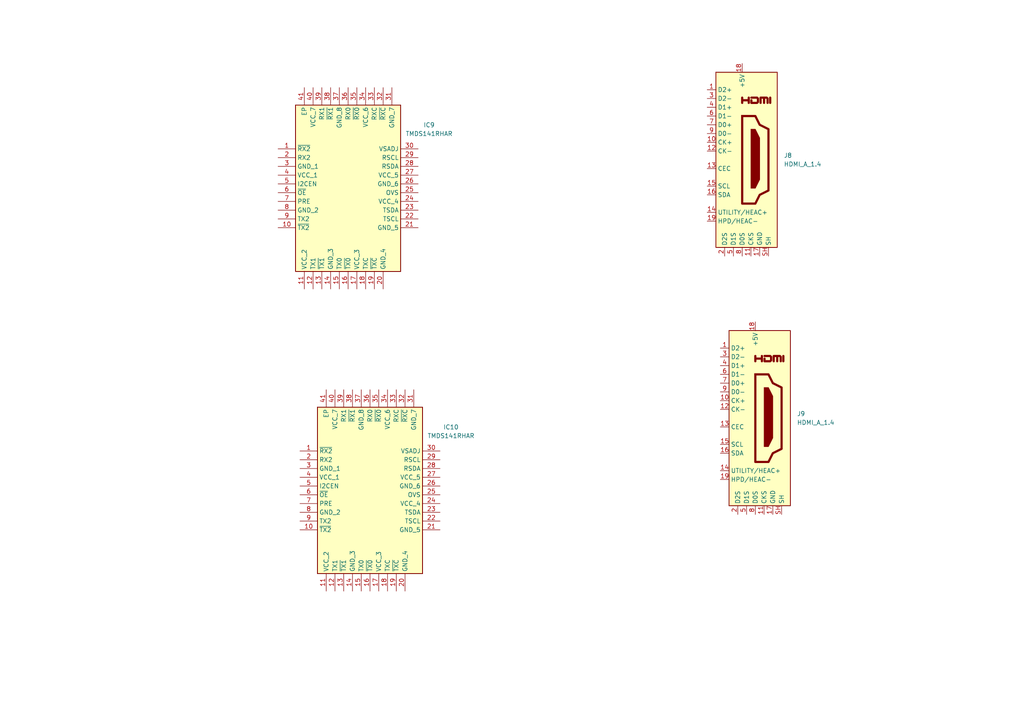
<source format=kicad_sch>
(kicad_sch (version 20230121) (generator eeschema)
  (paper "A4")
  (lib_symbols
    (symbol "Connector:HDMI_A_1.4"
      (property "Reference" "J" (at -6.35 26.67 0))
      (property "Value" "HDMI_A_1.4" (at 10.16 26.67 0))
      (symbol "HDMI_A_1.4_0_0"
        (polyline (pts (xy 8.128 16.51) (xy 8.128 18.034)) (stroke (width 0.635)))
        (polyline (pts (xy 0 16.51) (xy 0 18.034) (xy 0 17.272) (xy 1.905 17.272) (xy 1.905 18.034) (xy 1.905 16.51)) (stroke (width 0.635)))
        (polyline (pts (xy 2.667 18.034) (xy 4.318 18.034) (xy 4.572 17.78) (xy 4.572 16.764) (xy 4.318 16.51) (xy 2.667 16.51) (xy 2.667 17.272)) (stroke (width 0.635)))
      )
      (symbol "HDMI_A_1.4_0_1"
        (rectangle (start -7.62 25.4) (end 10.16 -25.4) (stroke (width 0.254)) (fill (type background)))
        (polyline (pts (xy 2.54 8.89) (xy 3.81 8.89) (xy 5.08 6.35) (xy 5.08 -5.715) (xy 3.81 -8.255) (xy 2.54 -8.255) (xy 2.54 8.89)) (fill (type outline)))
        (polyline (pts (xy 5.334 16.51) (xy 5.334 18.034) (xy 6.35 18.034) (xy 6.35 16.51) (xy 6.35 18.034) (xy 7.112 18.034) (xy 7.366 17.78) (xy 7.366 16.51)) (stroke (width 0.635)))
        (polyline (pts (xy 0 12.7) (xy 0 -12.7) (xy 3.81 -12.7) (xy 5.08 -10.16) (xy 7.62 -8.89) (xy 7.62 8.89) (xy 5.08 10.16) (xy 3.81 12.7) (xy 0 12.7)) (stroke (width 0.635)))
      )
      (symbol "HDMI_A_1.4_1_1"
        (pin passive line (at -10.16 20.32 0) (length 2.54) (name "D2+") (number "1"))
        (pin passive line (at -10.16 5.08 0) (length 2.54) (name "CK+") (number "10"))
        (pin power_in line (at 2.54 -27.94 90) (length 2.54) (name "CKS") (number "11"))
        (pin passive line (at -10.16 2.54 0) (length 2.54) (name "CK-") (number "12"))
        (pin bidirectional line (at -10.16 -2.54 0) (length 2.54) (name "CEC") (number "13"))
        (pin passive line (at -10.16 -15.24 0) (length 2.54) (name "UTILITY/HEAC+") (number "14"))
        (pin passive line (at -10.16 -7.62 0) (length 2.54) (name "SCL") (number "15"))
        (pin bidirectional line (at -10.16 -10.16 0) (length 2.54) (name "SDA") (number "16"))
        (pin power_in line (at 5.08 -27.94 90) (length 2.54) (name "GND") (number "17"))
        (pin power_in line (at 0 27.94 270) (length 2.54) (name "+5V") (number "18"))
        (pin passive line (at -10.16 -17.78 0) (length 2.54) (name "HPD/HEAC-") (number "19"))
        (pin power_in line (at -5.08 -27.94 90) (length 2.54) (name "D2S") (number "2"))
        (pin passive line (at -10.16 17.78 0) (length 2.54) (name "D2-") (number "3"))
        (pin passive line (at -10.16 15.24 0) (length 2.54) (name "D1+") (number "4"))
        (pin power_in line (at -2.54 -27.94 90) (length 2.54) (name "D1S") (number "5"))
        (pin passive line (at -10.16 12.7 0) (length 2.54) (name "D1-") (number "6"))
        (pin passive line (at -10.16 10.16 0) (length 2.54) (name "D0+") (number "7"))
        (pin power_in line (at 0 -27.94 90) (length 2.54) (name "D0S") (number "8"))
        (pin passive line (at -10.16 7.62 0) (length 2.54) (name "D0-") (number "9"))
        (pin passive line (at 7.62 -27.94 90) (length 2.54) (name "SH") (number "SH"))
      )
    )
    (symbol "SamacSys_Parts:TMDS141RHAR"
      (property "Reference" "IC" (at 36.83 17.78 0))
      (property "Value" "TMDS141RHAR" (at 36.83 15.24 0))
      (symbol "TMDS141RHAR_1_1"
        (rectangle (start 5.08 12.7) (end 35.56 -35.56) (stroke (width 0.254)) (fill (type background)))
        (pin passive line (at 0 0 0) (length 5.08) (name "~{RX2}") (number "1"))
        (pin passive line (at 0 -22.86 0) (length 5.08) (name "~{TX2}") (number "10"))
        (pin passive line (at 7.62 -40.64 90) (length 5.08) (name "VCC_2") (number "11"))
        (pin passive line (at 10.16 -40.64 90) (length 5.08) (name "TX1") (number "12"))
        (pin passive line (at 12.7 -40.64 90) (length 5.08) (name "~{TX1}") (number "13"))
        (pin passive line (at 15.24 -40.64 90) (length 5.08) (name "GND_3") (number "14"))
        (pin passive line (at 17.78 -40.64 90) (length 5.08) (name "TX0") (number "15"))
        (pin passive line (at 20.32 -40.64 90) (length 5.08) (name "~{TX0}") (number "16"))
        (pin passive line (at 22.86 -40.64 90) (length 5.08) (name "VCC_3") (number "17"))
        (pin passive line (at 25.4 -40.64 90) (length 5.08) (name "TXC") (number "18"))
        (pin passive line (at 27.94 -40.64 90) (length 5.08) (name "~{TXC}") (number "19"))
        (pin passive line (at 0 -2.54 0) (length 5.08) (name "RX2") (number "2"))
        (pin passive line (at 30.48 -40.64 90) (length 5.08) (name "GND_4") (number "20"))
        (pin passive line (at 40.64 -22.86 180) (length 5.08) (name "GND_5") (number "21"))
        (pin passive line (at 40.64 -20.32 180) (length 5.08) (name "TSCL") (number "22"))
        (pin passive line (at 40.64 -17.78 180) (length 5.08) (name "TSDA") (number "23"))
        (pin passive line (at 40.64 -15.24 180) (length 5.08) (name "VCC_4") (number "24"))
        (pin passive line (at 40.64 -12.7 180) (length 5.08) (name "OVS") (number "25"))
        (pin passive line (at 40.64 -10.16 180) (length 5.08) (name "GND_6") (number "26"))
        (pin passive line (at 40.64 -7.62 180) (length 5.08) (name "VCC_5") (number "27"))
        (pin passive line (at 40.64 -5.08 180) (length 5.08) (name "RSDA") (number "28"))
        (pin passive line (at 40.64 -2.54 180) (length 5.08) (name "RSCL") (number "29"))
        (pin passive line (at 0 -5.08 0) (length 5.08) (name "GND_1") (number "3"))
        (pin passive line (at 40.64 0 180) (length 5.08) (name "VSADJ") (number "30"))
        (pin passive line (at 33.02 17.78 270) (length 5.08) (name "GND_7") (number "31"))
        (pin passive line (at 30.48 17.78 270) (length 5.08) (name "~{RXC}") (number "32"))
        (pin passive line (at 27.94 17.78 270) (length 5.08) (name "RXC") (number "33"))
        (pin passive line (at 25.4 17.78 270) (length 5.08) (name "VCC_6") (number "34"))
        (pin passive line (at 22.86 17.78 270) (length 5.08) (name "~{RX0}") (number "35"))
        (pin passive line (at 20.32 17.78 270) (length 5.08) (name "RX0") (number "36"))
        (pin passive line (at 17.78 17.78 270) (length 5.08) (name "GND_8") (number "37"))
        (pin passive line (at 15.24 17.78 270) (length 5.08) (name "~{RX1}") (number "38"))
        (pin passive line (at 12.7 17.78 270) (length 5.08) (name "RX1") (number "39"))
        (pin passive line (at 0 -7.62 0) (length 5.08) (name "VCC_1") (number "4"))
        (pin passive line (at 10.16 17.78 270) (length 5.08) (name "VCC_7") (number "40"))
        (pin passive line (at 7.62 17.78 270) (length 5.08) (name "EP") (number "41"))
        (pin passive line (at 0 -10.16 0) (length 5.08) (name "I2CEN") (number "5"))
        (pin passive line (at 0 -12.7 0) (length 5.08) (name "~{OE}") (number "6"))
        (pin passive line (at 0 -15.24 0) (length 5.08) (name "PRE") (number "7"))
        (pin passive line (at 0 -17.78 0) (length 5.08) (name "GND_2") (number "8"))
        (pin passive line (at 0 -20.32 0) (length 5.08) (name "TX2") (number "9"))
      )
    )
  )
  (symbol (lib_id "SamacSys_Parts:TMDS141RHAR") (at 86.995 130.81 0) (unit 1)
    (property "Reference" "IC10" (at 130.81 123.8819 0))
    (property "Value" "TMDS141RHAR" (at 130.81 126.4219 0))
    (property "Footprint" "SamacSys_Parts:QFN50P600X600X100-41N-D" (effects hide))
    (property "Datasheet" "http://www.ti.com/lit/gpn/tmds141" (effects hide))
    (property "Height" "1" (effects hide))
    (property "Manufacturer_Name" "Texas Instruments" (effects hide))
    (property "Manufacturer_Part_Number" "TMDS141RHAR" (effects hide))
    (property "Mouser Part Number" "595-TMDS141RHAR" (effects hide))
    (property "Mouser Price/Stock" "https://www.mouser.co.uk/ProductDetail/Texas-Instruments/TMDS141RHAR?qs=kcKC6WcubkWhP2Fo4HH1gQ%3D%3D" (effects hide))
    (property "Arrow Part Number" "TMDS141RHAR" (effects hide))
    (property "Arrow Price/Stock" "https://www.arrow.com/en/products/tmds141rhar/texas-instruments" (effects hide))
  )
  (symbol (lib_id "Connector:HDMI_A_1.4") (at 215.265 46.355 0) (unit 1)
    (property "Reference" "J8" (at 227.33 45.085 0) (effects (justify left)))
    (property "Value" "HDMI_A_1.4" (at 227.33 47.625 0) (effects (justify left)))
    (property "Footprint" "Connector_HDMI:HDMI_A_Molex_208658-1001_Horizontal" (effects hide))
    (property "Datasheet" "https://en.wikipedia.org/wiki/HDMI" (effects hide))
  )
  (symbol (lib_id "Connector:HDMI_A_1.4") (at 219.075 121.285 0) (unit 1)
    (property "Reference" "J9" (at 231.14 120.015 0) (effects (justify left)))
    (property "Value" "HDMI_A_1.4" (at 231.14 122.555 0) (effects (justify left)))
    (property "Footprint" "Connector_HDMI:HDMI_A_Molex_208658-1001_Horizontal" (effects hide))
    (property "Datasheet" "https://en.wikipedia.org/wiki/HDMI" (effects hide))
  )
  (symbol (lib_id "SamacSys_Parts:TMDS141RHAR") (at 80.645 43.18 0) (unit 1)
    (property "Reference" "IC9" (at 124.46 36.2519 0))
    (property "Value" "TMDS141RHAR" (at 124.46 38.7919 0))
    (property "Footprint" "SamacSys_Parts:QFN50P600X600X100-41N-D" (effects hide))
    (property "Datasheet" "http://www.ti.com/lit/gpn/tmds141" (effects hide))
    (property "Height" "1" (effects hide))
    (property "Manufacturer_Name" "Texas Instruments" (effects hide))
    (property "Manufacturer_Part_Number" "TMDS141RHAR" (effects hide))
    (property "Mouser Part Number" "595-TMDS141RHAR" (effects hide))
    (property "Mouser Price/Stock" "https://www.mouser.co.uk/ProductDetail/Texas-Instruments/TMDS141RHAR?qs=kcKC6WcubkWhP2Fo4HH1gQ%3D%3D" (effects hide))
    (property "Arrow Part Number" "TMDS141RHAR" (effects hide))
    (property "Arrow Price/Stock" "https://www.arrow.com/en/products/tmds141rhar/texas-instruments" (effects hide))
  )
)
</source>
